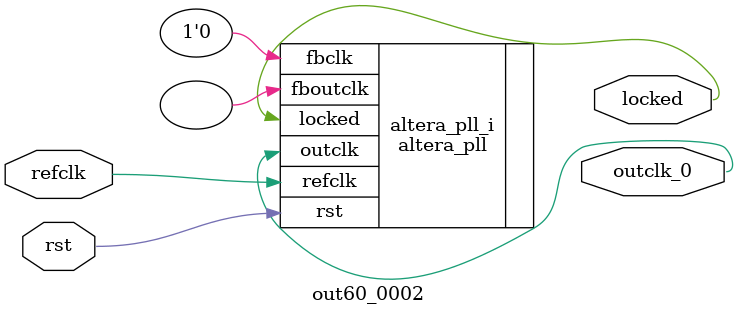
<source format=v>
`timescale 1ns/10ps
module  out60_0002(

	// interface 'refclk'
	input wire refclk,

	// interface 'reset'
	input wire rst,

	// interface 'outclk0'
	output wire outclk_0,

	// interface 'locked'
	output wire locked
);

	altera_pll #(
		.fractional_vco_multiplier("false"),
		.reference_clock_frequency("50.0 MHz"),
		.operation_mode("direct"),
		.number_of_clocks(1),
		.output_clock_frequency0("60.000000 MHz"),
		.phase_shift0("0 ps"),
		.duty_cycle0(50),
		.output_clock_frequency1("0 MHz"),
		.phase_shift1("0 ps"),
		.duty_cycle1(50),
		.output_clock_frequency2("0 MHz"),
		.phase_shift2("0 ps"),
		.duty_cycle2(50),
		.output_clock_frequency3("0 MHz"),
		.phase_shift3("0 ps"),
		.duty_cycle3(50),
		.output_clock_frequency4("0 MHz"),
		.phase_shift4("0 ps"),
		.duty_cycle4(50),
		.output_clock_frequency5("0 MHz"),
		.phase_shift5("0 ps"),
		.duty_cycle5(50),
		.output_clock_frequency6("0 MHz"),
		.phase_shift6("0 ps"),
		.duty_cycle6(50),
		.output_clock_frequency7("0 MHz"),
		.phase_shift7("0 ps"),
		.duty_cycle7(50),
		.output_clock_frequency8("0 MHz"),
		.phase_shift8("0 ps"),
		.duty_cycle8(50),
		.output_clock_frequency9("0 MHz"),
		.phase_shift9("0 ps"),
		.duty_cycle9(50),
		.output_clock_frequency10("0 MHz"),
		.phase_shift10("0 ps"),
		.duty_cycle10(50),
		.output_clock_frequency11("0 MHz"),
		.phase_shift11("0 ps"),
		.duty_cycle11(50),
		.output_clock_frequency12("0 MHz"),
		.phase_shift12("0 ps"),
		.duty_cycle12(50),
		.output_clock_frequency13("0 MHz"),
		.phase_shift13("0 ps"),
		.duty_cycle13(50),
		.output_clock_frequency14("0 MHz"),
		.phase_shift14("0 ps"),
		.duty_cycle14(50),
		.output_clock_frequency15("0 MHz"),
		.phase_shift15("0 ps"),
		.duty_cycle15(50),
		.output_clock_frequency16("0 MHz"),
		.phase_shift16("0 ps"),
		.duty_cycle16(50),
		.output_clock_frequency17("0 MHz"),
		.phase_shift17("0 ps"),
		.duty_cycle17(50),
		.pll_type("General"),
		.pll_subtype("General")
	) altera_pll_i (
		.rst	(rst),
		.outclk	({outclk_0}),
		.locked	(locked),
		.fboutclk	( ),
		.fbclk	(1'b0),
		.refclk	(refclk)
	);
endmodule


</source>
